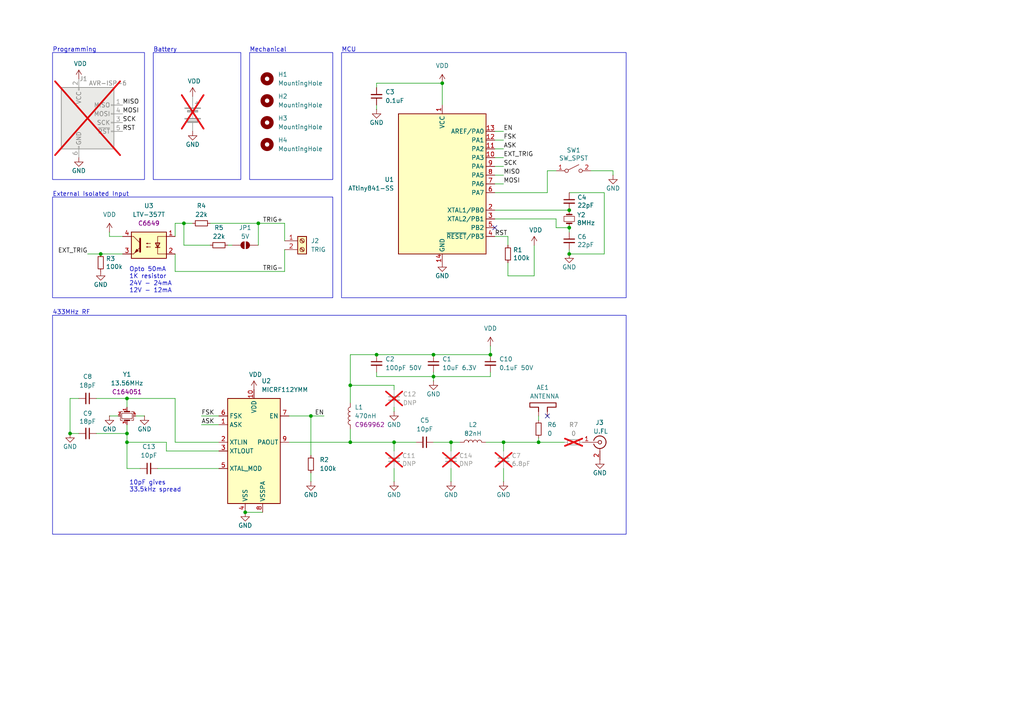
<source format=kicad_sch>
(kicad_sch (version 20231120) (generator "eeschema") (generator_version "8.0")
  (paper "A4")
  (title_block (title "TPMS Silencer") (rev "v2"))
  (lib_symbols
    (symbol "Connector:AVR-ISP-6" (pin_names (offset 1.016))
      (property "Reference" "J" (at -6.35 11.43 0))
      (property "Value" "AVR-ISP-6" (at 0 11.43 0))
      (symbol "AVR-ISP-6_0_1"
        (rectangle (start -2.667 -6.858) (end -2.413 -7.62))
        (rectangle (start -2.667 10.16) (end -2.413 9.398))
        (rectangle (start 7.62 -2.413) (end 6.858 -2.667))
        (rectangle (start 7.62 0.127) (end 6.858 -0.127))
        (rectangle (start 7.62 2.667) (end 6.858 2.413))
        (rectangle (start 7.62 5.207) (end 6.858 4.953))
        (rectangle (start 7.62 10.16) (end -7.62 -7.62) (stroke (width 0.254)) (fill (type background)))
      )
      (symbol "AVR-ISP-6_1_1"
        (pin passive line (at 10.16 5.08 180) (length 2.54) (name "MISO") (number "1"))
        (pin passive line (at -2.54 12.7 270) (length 2.54) (name "VCC") (number "2"))
        (pin passive line (at 10.16 0 180) (length 2.54) (name "SCK") (number "3"))
        (pin passive line (at 10.16 2.54 180) (length 2.54) (name "MOSI") (number "4"))
        (pin passive line (at 10.16 -2.54 180) (length 2.54) (name "~{RST}") (number "5"))
        (pin passive line (at -2.54 -10.16 90) (length 2.54) (name "GND") (number "6"))
      )
    )
    (symbol "Connector:Conn_Coaxial" (pin_names (offset 1.016) hide)
      (property "Reference" "J" (at 0.254 3.048 0))
      (property "Value" "Conn_Coaxial" (at 2.921 0 90))
      (symbol "Conn_Coaxial_0_1"
        (arc (start -1.778 -0.508) (mid 0.2311 -1.8066) (end 1.778 0) (stroke (width 0.254)))
        (polyline (pts (xy -2.54 0) (xy -0.508 0)))
        (polyline (pts (xy 0 -2.54) (xy 0 -1.778)))
        (circle (center 0 0) (radius 0.508) (stroke (width 0.2032)))
        (arc (start 1.778 0) (mid 0.2099 1.8101) (end -1.778 0.508) (stroke (width 0.254)))
      )
      (symbol "Conn_Coaxial_1_1"
        (pin passive line (at -5.08 0 0) (length 2.54) (name "In") (number "1"))
        (pin passive line (at 0 -5.08 90) (length 2.54) (name "Ext") (number "2"))
      )
    )
    (symbol "Connector:Screw_Terminal_01x02" (pin_names (offset 1.016) hide)
      (property "Reference" "J" (at 0 2.54 0))
      (property "Value" "Screw_Terminal_01x02" (at 0 -5.08 0))
      (symbol "Screw_Terminal_01x02_1_1"
        (rectangle (start -1.27 1.27) (end 1.27 -3.81) (stroke (width 0.254)) (fill (type background)))
        (circle (center 0 -2.54) (radius 0.635) (stroke (width 0.1524)))
        (polyline (pts (xy -0.5334 -2.2098) (xy 0.3302 -3.048)) (stroke (width 0.1524)))
        (polyline (pts (xy -0.5334 0.3302) (xy 0.3302 -0.508)) (stroke (width 0.1524)))
        (polyline (pts (xy -0.3556 -2.032) (xy 0.508 -2.8702)) (stroke (width 0.1524)))
        (polyline (pts (xy -0.3556 0.508) (xy 0.508 -0.3302)) (stroke (width 0.1524)))
        (circle (center 0 0) (radius 0.635) (stroke (width 0.1524)))
        (pin passive line (at -5.08 0 0) (length 3.81) (name "Pin_1") (number "1"))
        (pin passive line (at -5.08 -2.54 0) (length 3.81) (name "Pin_2") (number "2"))
      )
    )
    (symbol "Device:Antenna_Dipole" (pin_numbers hide) (pin_names (offset 1.016) hide)
      (property "Reference" "AE" (at 1.27 1.27 0))
      (property "Value" "Antenna_Dipole" (at 1.27 0 0))
      (symbol "Antenna_Dipole_0_1"
        (polyline (pts (xy 2.54 -3.81) (xy 2.54 -2.54) (xy 5.08 -2.54) (xy 5.08 -1.27) (xy -2.54 -1.27) (xy -2.54 -2.54) (xy 0 -2.54) (xy 0 -3.81)) (stroke (width 0.254)))
      )
      (symbol "Antenna_Dipole_1_1"
        (pin input line (at 0 -5.08 90) (length 2.54) (name "~") (number "1"))
        (pin input line (at 2.54 -5.08 90) (length 2.54) (name "~") (number "2"))
      )
    )
    (symbol "Device:Battery" (pin_numbers hide) (pin_names (offset 0) hide)
      (property "Reference" "BT" (at 2.54 2.54 0))
      (property "Value" "Battery" (at 2.54 0 0))
      (symbol "Battery_0_1"
        (rectangle (start -2.286 -1.27) (end 2.286 -1.524) (fill (type outline)))
        (rectangle (start -2.286 1.778) (end 2.286 1.524) (fill (type outline)))
        (rectangle (start -1.524 -2.032) (end 1.524 -2.54) (fill (type outline)))
        (rectangle (start -1.524 1.016) (end 1.524 0.508) (fill (type outline)))
        (polyline (pts (xy 0 -1.016) (xy 0 -0.762)))
        (polyline (pts (xy 0 -0.508) (xy 0 -0.254)))
        (polyline (pts (xy 0 0) (xy 0 0.254)))
        (polyline (pts (xy 0 1.778) (xy 0 2.54)))
        (polyline (pts (xy 0.762 3.048) (xy 1.778 3.048)) (stroke (width 0.254)))
        (polyline (pts (xy 1.27 3.556) (xy 1.27 2.54)) (stroke (width 0.254)))
      )
      (symbol "Battery_1_1"
        (pin passive line (at 0 5.08 270) (length 2.54) (name "+") (number "1"))
        (pin passive line (at 0 -5.08 90) (length 2.54) (name "-") (number "2"))
      )
    )
    (symbol "Device:C_Small" (pin_numbers hide) (pin_names (offset 0.254) hide)
      (property "Reference" "C" (at 0.254 1.778 0))
      (property "Value" "C_Small" (at 0.254 -2.032 0))
      (symbol "C_Small_0_1"
        (polyline (pts (xy -1.524 -0.508) (xy 1.524 -0.508)) (stroke (width 0.3302)))
        (polyline (pts (xy -1.524 0.508) (xy 1.524 0.508)) (stroke (width 0.3048)))
      )
      (symbol "C_Small_1_1"
        (pin passive line (at 0 2.54 270) (length 2.032) (name "~") (number "1"))
        (pin passive line (at 0 -2.54 90) (length 2.032) (name "~") (number "2"))
      )
    )
    (symbol "Device:Crystal_GND24_Small" (pin_names (offset 1.016) hide)
      (property "Reference" "Y" (at 1.27 4.445 0))
      (property "Value" "Crystal_GND24_Small" (at 1.27 2.54 0))
      (symbol "Crystal_GND24_Small_0_1"
        (rectangle (start -0.762 -1.524) (end 0.762 1.524))
        (polyline (pts (xy -1.27 -0.762) (xy -1.27 0.762)) (stroke (width 0.381)))
        (polyline (pts (xy 1.27 -0.762) (xy 1.27 0.762)) (stroke (width 0.381)))
        (polyline (pts (xy -1.27 -1.27) (xy -1.27 -1.905) (xy 1.27 -1.905) (xy 1.27 -1.27)))
        (polyline (pts (xy -1.27 1.27) (xy -1.27 1.905) (xy 1.27 1.905) (xy 1.27 1.27)))
      )
      (symbol "Crystal_GND24_Small_1_1"
        (pin passive line (at -2.54 0 0) (length 1.27) (name "1") (number "1"))
        (pin passive line (at 0 -2.54 90) (length 0.635) (name "2") (number "2"))
        (pin passive line (at 2.54 0 180) (length 1.27) (name "3") (number "3"))
        (pin passive line (at 0 2.54 270) (length 0.635) (name "4") (number "4"))
      )
    )
    (symbol "Device:Crystal_Small" (pin_numbers hide) (pin_names (offset 1.016) hide)
      (property "Reference" "Y" (at 0 2.54 0))
      (property "Value" "Crystal_Small" (at 0 -2.54 0))
      (symbol "Crystal_Small_0_1"
        (rectangle (start -0.762 -1.524) (end 0.762 1.524))
        (polyline (pts (xy -1.27 -0.762) (xy -1.27 0.762)) (stroke (width 0.381)))
        (polyline (pts (xy 1.27 -0.762) (xy 1.27 0.762)) (stroke (width 0.381)))
      )
      (symbol "Crystal_Small_1_1"
        (pin passive line (at -2.54 0 0) (length 1.27) (name "1") (number "1"))
        (pin passive line (at 2.54 0 180) (length 1.27) (name "2") (number "2"))
      )
    )
    (symbol "Device:L" (pin_numbers hide) (pin_names (offset 1.016) hide)
      (property "Reference" "L" (at -1.27 0 90))
      (property "Value" "L" (at 1.905 0 90))
      (symbol "L_0_1"
        (arc (start 0 -2.54) (mid 0.6323 -1.905) (end 0 -1.27))
        (arc (start 0 -1.27) (mid 0.6323 -0.635) (end 0 0))
        (arc (start 0 0) (mid 0.6323 0.635) (end 0 1.27))
        (arc (start 0 1.27) (mid 0.6323 1.905) (end 0 2.54))
      )
      (symbol "L_1_1"
        (pin passive line (at 0 3.81 270) (length 1.27) (name "1") (number "1"))
        (pin passive line (at 0 -3.81 90) (length 1.27) (name "2") (number "2"))
      )
    )
    (symbol "Device:R_Small" (pin_numbers hide) (pin_names (offset 0.254) hide)
      (property "Reference" "R" (at 0.762 0.508 0))
      (property "Value" "R_Small" (at 0.762 -1.016 0))
      (symbol "R_Small_0_1"
        (rectangle (start -0.762 1.778) (end 0.762 -1.778) (stroke (width 0.2032)))
      )
      (symbol "R_Small_1_1"
        (pin passive line (at 0 2.54 270) (length 0.762) (name "~") (number "1"))
        (pin passive line (at 0 -2.54 90) (length 0.762) (name "~") (number "2"))
      )
    )
    (symbol "Isolator:LTV-357T" (pin_names (offset 1.016))
      (property "Reference" "U" (at -5.334 4.826 0))
      (property "Value" "LTV-357T" (at 0 5.08 0))
      (symbol "LTV-357T_0_1"
        (rectangle (start -5.08 3.81) (end 5.08 -3.81) (stroke (width 0.254)) (fill (type background)))
        (polyline (pts (xy -3.175 -0.635) (xy -1.905 -0.635)) (stroke (width 0.254)))
        (polyline (pts (xy 2.54 0.635) (xy 4.445 2.54)))
        (polyline (pts (xy 4.445 -2.54) (xy 2.54 -0.635)) (fill (type outline)))
        (polyline (pts (xy 4.445 -2.54) (xy 5.08 -2.54)))
        (polyline (pts (xy 4.445 2.54) (xy 5.08 2.54)))
        (polyline (pts (xy -5.08 2.54) (xy -2.54 2.54) (xy -2.54 -0.762)))
        (polyline (pts (xy -2.54 -0.635) (xy -2.54 -2.54) (xy -5.08 -2.54)))
        (polyline (pts (xy 2.54 1.905) (xy 2.54 -1.905) (xy 2.54 -1.905)) (stroke (width 0.508)))
        (polyline (pts (xy -2.54 -0.635) (xy -3.175 0.635) (xy -1.905 0.635) (xy -2.54 -0.635)) (stroke (width 0.254)))
        (polyline (pts (xy -0.508 -0.508) (xy 0.762 -0.508) (xy 0.381 -0.635) (xy 0.381 -0.381) (xy 0.762 -0.508)))
        (polyline (pts (xy -0.508 0.508) (xy 0.762 0.508) (xy 0.381 0.381) (xy 0.381 0.635) (xy 0.762 0.508)))
        (polyline (pts (xy 3.048 -1.651) (xy 3.556 -1.143) (xy 4.064 -2.159) (xy 3.048 -1.651) (xy 3.048 -1.651)) (fill (type outline)))
      )
      (symbol "LTV-357T_1_1"
        (pin passive line (at -7.62 2.54 0) (length 2.54) (name "~") (number "1"))
        (pin passive line (at -7.62 -2.54 0) (length 2.54) (name "~") (number "2"))
        (pin passive line (at 7.62 -2.54 180) (length 2.54) (name "~") (number "3"))
        (pin passive line (at 7.62 2.54 180) (length 2.54) (name "~") (number "4"))
      )
    )
    (symbol "Jumper:SolderJumper_2_Open" (pin_numbers hide) (pin_names (offset 0) hide) (exclude_from_sim yes) (in_bom no)
      (property "Reference" "JP" (at 0 2.032 0))
      (property "Value" "SolderJumper_2_Open" (at 0 -2.54 0))
      (symbol "SolderJumper_2_Open_0_1"
        (arc (start -0.254 1.016) (mid -1.2656 0) (end -0.254 -1.016))
        (arc (start -0.254 1.016) (mid -1.2656 0) (end -0.254 -1.016) (fill (type outline)))
        (polyline (pts (xy -0.254 1.016) (xy -0.254 -1.016)))
        (polyline (pts (xy 0.254 1.016) (xy 0.254 -1.016)))
        (arc (start 0.254 -1.016) (mid 1.2656 0) (end 0.254 1.016))
        (arc (start 0.254 -1.016) (mid 1.2656 0) (end 0.254 1.016) (fill (type outline)))
      )
      (symbol "SolderJumper_2_Open_1_1"
        (pin passive line (at -3.81 0 0) (length 2.54) (name "A") (number "1"))
        (pin passive line (at 3.81 0 180) (length 2.54) (name "B") (number "2"))
      )
    )
    (symbol "MCU_Microchip_ATtiny:ATtiny841-SS"
      (property "Reference" "U" (at -12.7 21.59 0))
      (property "Value" "ATtiny841-SS" (at 2.54 -21.59 0))
      (symbol "ATtiny841-SS_0_1"
        (rectangle (start -12.7 -20.32) (end 12.7 20.32) (stroke (width 0.254)) (fill (type background)))
      )
      (symbol "ATtiny841-SS_1_1"
        (pin power_in line (at 0 22.86 270) (length 2.54) (name "VCC") (number "1"))
        (pin bidirectional line (at 15.24 7.62 180) (length 2.54) (name "PA3") (number "10"))
        (pin bidirectional line (at 15.24 10.16 180) (length 2.54) (name "PA2") (number "11"))
        (pin bidirectional line (at 15.24 12.7 180) (length 2.54) (name "PA1") (number "12"))
        (pin bidirectional line (at 15.24 15.24 180) (length 2.54) (name "AREF/PA0") (number "13"))
        (pin power_in line (at 0 -22.86 90) (length 2.54) (name "GND") (number "14"))
        (pin bidirectional line (at 15.24 -7.62 180) (length 2.54) (name "XTAL1/PB0") (number "2"))
        (pin bidirectional line (at 15.24 -10.16 180) (length 2.54) (name "XTAL2/PB1") (number "3"))
        (pin bidirectional line (at 15.24 -15.24 180) (length 2.54) (name "~{RESET}/PB3") (number "4"))
        (pin bidirectional line (at 15.24 -12.7 180) (length 2.54) (name "PB2") (number "5"))
        (pin bidirectional line (at 15.24 -2.54 180) (length 2.54) (name "PA7") (number "6"))
        (pin bidirectional line (at 15.24 0 180) (length 2.54) (name "PA6") (number "7"))
        (pin bidirectional line (at 15.24 2.54 180) (length 2.54) (name "PA5") (number "8"))
        (pin bidirectional line (at 15.24 5.08 180) (length 2.54) (name "PA4") (number "9"))
      )
    )
    (symbol "Mechanical:MountingHole" (pin_names (offset 1.016))
      (property "Reference" "H" (at 0 5.08 0))
      (property "Value" "MountingHole" (at 0 3.175 0))
      (symbol "MountingHole_0_1"
        (circle (center 0 0) (radius 1.27) (stroke (width 1.27)))
      )
    )
    (symbol "RF:MICRF112YMM"
      (property "Reference" "U" (at -7.62 16.51 0))
      (property "Value" "MICRF112YMM" (at 1.27 16.51 0))
      (symbol "MICRF112YMM_0_1"
        (polyline (pts (xy 7.62 15.24) (xy -7.62 15.24) (xy -7.62 -15.24) (xy 7.62 -15.24) (xy 7.62 15.24)) (stroke (width 0.254)) (fill (type background)))
      )
      (symbol "MICRF112YMM_1_1"
        (pin input line (at -10.16 7.62 0) (length 2.54) (name "ASK") (number "1"))
        (pin power_in line (at 0 17.78 270) (length 2.54) (name "VDD") (number "10"))
        (pin input line (at -10.16 2.54 0) (length 2.54) (name "XTLIN") (number "2"))
        (pin output line (at -10.16 0 0) (length 2.54) (name "XTLOUT") (number "3"))
        (pin power_in line (at -2.54 -17.78 90) (length 2.54) (name "VSS") (number "4"))
        (pin passive line (at -10.16 -5.08 0) (length 2.54) (name "XTAL_MOD") (number "5"))
        (pin input line (at -10.16 10.16 0) (length 2.54) (name "FSK") (number "6"))
        (pin input line (at 10.16 10.16 180) (length 2.54) (name "EN") (number "7"))
        (pin power_in line (at 2.54 -17.78 90) (length 2.54) (name "VSSPA") (number "8"))
        (pin output line (at 10.16 2.54 180) (length 2.54) (name "PAOUT") (number "9"))
      )
    )
    (symbol "Switch:SW_SPST" (pin_names (offset 0) hide)
      (property "Reference" "SW" (at 0 3.175 0))
      (property "Value" "SW_SPST" (at 0 -2.54 0))
      (symbol "SW_SPST_0_0"
        (circle (center -2.032 0) (radius 0.508))
        (polyline (pts (xy -1.524 0.254) (xy 1.524 1.778)))
        (circle (center 2.032 0) (radius 0.508))
      )
      (symbol "SW_SPST_1_1"
        (pin passive line (at -5.08 0 0) (length 2.54) (name "A") (number "1"))
        (pin passive line (at 5.08 0 180) (length 2.54) (name "B") (number "2"))
      )
    )
    (symbol "power:GND" (power) (pin_numbers hide) (pin_names (offset 0) hide)
      (property "Value" "GND" (at 0 -3.81 0))
      (symbol "GND_0_1"
        (polyline (pts (xy 0 0) (xy 0 -1.27) (xy 1.27 -1.27) (xy 0 -2.54) (xy -1.27 -1.27) (xy 0 -1.27)))
      )
      (symbol "GND_1_1"
        (pin power_in line (at 0 0 270) (length 0) (name "~") (number "1"))
      )
    )
    (symbol "power:VDD" (power) (pin_numbers hide) (pin_names (offset 0) hide)
      (property "Value" "VDD" (at 0 3.556 0))
      (symbol "VDD_0_1"
        (polyline (pts (xy -0.762 1.27) (xy 0 2.54)))
        (polyline (pts (xy 0 0) (xy 0 2.54)))
        (polyline (pts (xy 0 2.54) (xy 0.762 1.27)))
      )
      (symbol "VDD_1_1"
        (pin power_in line (at 0 0 90) (length 0) (name "~") (number "1"))
      )
    )
  )
  (junction (at 90.17 120.65))
  (junction (at 53.34 64.77))
  (junction (at 36.83 115.57))
  (junction (at 130.81 128.27))
  (junction (at 74.93 64.77))
  (junction (at 109.22 102.87))
  (junction (at 71.12 148.59))
  (junction (at 142.24 102.87))
  (junction (at 36.83 128.27))
  (junction (at 36.83 125.73))
  (junction (at 146.05 128.27))
  (junction (at 165.1 66.04))
  (junction (at 165.1 60.96))
  (junction (at 101.6 128.27))
  (junction (at 128.27 24.13))
  (junction (at 125.73 102.87))
  (junction (at 114.3 128.27))
  (junction (at 29.21 73.66))
  (junction (at 165.1 73.66))
  (junction (at 20.32 125.73))
  (junction (at 156.21 128.27))
  (junction (at 125.73 109.22))
  (junction (at 101.6 111.76))
  (no_connect (at 158.75 120.65))
  (no_connect (at 143.51 66.04))
  (wire (pts (xy 125.73 109.22) (xy 142.24 109.22)))
  (wire (pts (xy 109.22 109.22) (xy 125.73 109.22)))
  (wire (pts (xy 60.96 71.12) (xy 53.34 71.12)))
  (wire (pts (xy 109.22 24.13) (xy 109.22 25.4)))
  (wire (pts (xy 175.26 73.66) (xy 165.1 73.66)))
  (wire (pts (xy 101.6 128.27) (xy 101.6 124.46)))
  (wire (pts (xy 20.32 115.57) (xy 22.86 115.57)))
  (wire (pts (xy 36.83 115.57) (xy 36.83 118.11)))
  (wire (pts (xy 36.83 135.89) (xy 40.64 135.89)))
  (wire (pts (xy 109.22 109.22) (xy 109.22 107.95)))
  (wire (pts (xy 146.05 43.18) (xy 143.51 43.18)))
  (wire (pts (xy 114.3 128.27) (xy 101.6 128.27)))
  (wire (pts (xy 143.51 55.88) (xy 158.75 55.88)))
  (wire (pts (xy 36.83 135.89) (xy 36.83 128.27)))
  (wire (pts (xy 143.51 60.96) (xy 165.1 60.96)))
  (wire (pts (xy 63.5 130.81) (xy 48.26 130.81)))
  (wire (pts (xy 83.82 120.65) (xy 90.17 120.65)))
  (wire (pts (xy 27.94 115.57) (xy 36.83 115.57)))
  (wire (pts (xy 142.24 100.33) (xy 142.24 102.87)))
  (wire (pts (xy 63.5 123.19) (xy 58.42 123.19)))
  (wire (pts (xy 90.17 120.65) (xy 90.17 132.08)))
  (wire (pts (xy 50.8 78.74) (xy 50.8 73.66)))
  (wire (pts (xy 158.75 55.88) (xy 158.75 49.53)))
  (wire (pts (xy 156.21 127) (xy 156.21 128.27)))
  (wire (pts (xy 48.26 130.81) (xy 48.26 128.27)))
  (wire (pts (xy 142.24 109.22) (xy 142.24 107.95)))
  (wire (pts (xy 55.88 64.77) (xy 53.34 64.77)))
  (wire (pts (xy 101.6 102.87) (xy 101.6 111.76)))
  (wire (pts (xy 114.3 113.03) (xy 114.3 111.76)))
  (wire (pts (xy 130.81 128.27) (xy 133.35 128.27)))
  (wire (pts (xy 158.75 49.53) (xy 161.29 49.53)))
  (wire (pts (xy 36.83 128.27) (xy 48.26 128.27)))
  (wire (pts (xy 114.3 111.76) (xy 101.6 111.76)))
  (wire (pts (xy 128.27 24.13) (xy 128.27 30.48)))
  (wire (pts (xy 143.51 53.34) (xy 146.05 53.34)))
  (wire (pts (xy 161.29 63.5) (xy 161.29 66.04)))
  (wire (pts (xy 146.05 128.27) (xy 140.97 128.27)))
  (wire (pts (xy 156.21 120.65) (xy 156.21 121.92)))
  (wire (pts (xy 165.1 72.39) (xy 165.1 73.66)))
  (wire (pts (xy 130.81 130.81) (xy 130.81 128.27)))
  (wire (pts (xy 125.73 109.22) (xy 125.73 110.49)))
  (wire (pts (xy 143.51 63.5) (xy 161.29 63.5)))
  (wire (pts (xy 90.17 120.65) (xy 93.98 120.65)))
  (wire (pts (xy 177.8 49.53) (xy 177.8 50.8)))
  (wire (pts (xy 50.8 115.57) (xy 50.8 128.27)))
  (wire (pts (xy 53.34 64.77) (xy 50.8 64.77)))
  (wire (pts (xy 156.21 128.27) (xy 163.83 128.27)))
  (wire (pts (xy 82.55 72.39) (xy 82.55 78.74)))
  (wire (pts (xy 101.6 111.76) (xy 101.6 116.84)))
  (wire (pts (xy 27.94 125.73) (xy 36.83 125.73)))
  (wire (pts (xy 66.04 71.12) (xy 67.31 71.12)))
  (wire (pts (xy 120.65 128.27) (xy 114.3 128.27)))
  (wire (pts (xy 125.73 107.95) (xy 125.73 109.22)))
  (wire (pts (xy 171.45 49.53) (xy 177.8 49.53)))
  (wire (pts (xy 114.3 128.27) (xy 114.3 130.81)))
  (wire (pts (xy 82.55 64.77) (xy 82.55 69.85)))
  (wire (pts (xy 36.83 123.19) (xy 36.83 125.73)))
  (wire (pts (xy 175.26 55.88) (xy 175.26 73.66)))
  (wire (pts (xy 83.82 128.27) (xy 101.6 128.27)))
  (wire (pts (xy 146.05 130.81) (xy 146.05 128.27)))
  (wire (pts (xy 74.93 64.77) (xy 74.93 71.12)))
  (wire (pts (xy 29.21 73.66) (xy 35.56 73.66)))
  (wire (pts (xy 146.05 45.72) (xy 143.51 45.72)))
  (wire (pts (xy 76.2 148.59) (xy 71.12 148.59)))
  (wire (pts (xy 147.32 80.01) (xy 154.94 80.01)))
  (wire (pts (xy 146.05 38.1) (xy 143.51 38.1)))
  (wire (pts (xy 63.5 120.65) (xy 58.42 120.65)))
  (wire (pts (xy 39.37 120.65) (xy 41.91 120.65)))
  (wire (pts (xy 154.94 80.01) (xy 154.94 71.12)))
  (wire (pts (xy 146.05 50.8) (xy 143.51 50.8)))
  (wire (pts (xy 109.22 102.87) (xy 125.73 102.87)))
  (wire (pts (xy 165.1 55.88) (xy 175.26 55.88)))
  (wire (pts (xy 143.51 48.26) (xy 146.05 48.26)))
  (wire (pts (xy 60.96 64.77) (xy 74.93 64.77)))
  (wire (pts (xy 165.1 66.04) (xy 165.1 67.31)))
  (wire (pts (xy 53.34 71.12) (xy 53.34 64.77)))
  (wire (pts (xy 90.17 137.16) (xy 90.17 139.7)))
  (wire (pts (xy 130.81 135.89) (xy 130.81 139.7)))
  (wire (pts (xy 50.8 78.74) (xy 82.55 78.74)))
  (wire (pts (xy 31.75 68.58) (xy 35.56 68.58)))
  (wire (pts (xy 125.73 102.87) (xy 142.24 102.87)))
  (wire (pts (xy 22.86 125.73) (xy 20.32 125.73)))
  (wire (pts (xy 50.8 128.27) (xy 63.5 128.27)))
  (wire (pts (xy 31.75 67.31) (xy 31.75 68.58)))
  (wire (pts (xy 143.51 68.58) (xy 147.32 68.58)))
  (wire (pts (xy 50.8 64.77) (xy 50.8 68.58)))
  (wire (pts (xy 161.29 66.04) (xy 165.1 66.04)))
  (wire (pts (xy 109.22 24.13) (xy 128.27 24.13)))
  (wire (pts (xy 25.4 73.66) (xy 29.21 73.66)))
  (wire (pts (xy 31.75 120.65) (xy 34.29 120.65)))
  (wire (pts (xy 20.32 125.73) (xy 20.32 115.57)))
  (wire (pts (xy 143.51 40.64) (xy 146.05 40.64)))
  (wire (pts (xy 114.3 118.11) (xy 114.3 119.38)))
  (wire (pts (xy 109.22 31.75) (xy 109.22 30.48)))
  (wire (pts (xy 147.32 76.2) (xy 147.32 80.01)))
  (wire (pts (xy 50.8 115.57) (xy 36.83 115.57)))
  (wire (pts (xy 114.3 135.89) (xy 114.3 139.7)))
  (wire (pts (xy 146.05 128.27) (xy 156.21 128.27)))
  (wire (pts (xy 125.73 128.27) (xy 130.81 128.27)))
  (wire (pts (xy 147.32 68.58) (xy 147.32 71.12)))
  (wire (pts (xy 36.83 128.27) (xy 36.83 125.73)))
  (wire (pts (xy 109.22 102.87) (xy 101.6 102.87)))
  (wire (pts (xy 146.05 135.89) (xy 146.05 139.7)))
  (wire (pts (xy 63.5 135.89) (xy 45.72 135.89)))
  (wire (pts (xy 74.93 64.77) (xy 82.55 64.77)))
  (rectangle (start 72.39 15.24) (end 96.52 52.07))
  (rectangle (start 44.45 15.24) (end 69.85 52.07))
  (rectangle (start 15.24 91.44) (end 181.61 154.94))
  (rectangle (start 15.24 57.15) (end 96.52 86.36))
  (rectangle (start 15.24 15.24) (end 41.91 52.07))
  (rectangle (start 99.06 15.24) (end 181.61 86.36))
  (text "MCU" (at 99.06 15.24 0) (effects (font (size 1.27 1.27)) (justify left bottom)))
  (text "10pF gives\n33.5kHz spread" (at 37.465 142.875 0) (effects (font (size 1.27 1.27)) (justify left bottom)))
  (text "Mechanical" (at 72.39 15.24 0) (effects (font (size 1.27 1.27)) (justify left bottom)))
  (text "External Isolated Input" (at 15.24 57.15 0) (effects (font (size 1.27 1.27)) (justify left bottom)))
  (text "Opto 50mA\n1K resistor\n24V - 24mA\n12V - 12mA" (at 37.465 85.09 0) (effects (font (size 1.27 1.27)) (justify left bottom)))
  (text "Programming" (at 15.24 15.24 0) (effects (font (size 1.27 1.27)) (justify left bottom)))
  (text "Battery" (at 44.45 15.24 0) (effects (font (size 1.27 1.27)) (justify left bottom)))
  (text "433MHz RF" (at 15.24 91.44 0) (effects (font (size 1.27 1.27)) (justify left bottom)))
  (label "MOSI" (at 146.05 53.34 0))
  (label "TRIG+" (at 76.2 64.77 0))
  (label "EXT_TRIG" (at 25.4 73.66 180))
  (label "SCK" (at 146.05 48.26 0))
  (label "EN" (at 93.98 120.65 180))
  (label "RST" (at 143.51 68.58 0))
  (label "RST" (at 35.56 38.1 0))
  (label "EXT_TRIG" (at 146.05 45.72 0))
  (label "EN" (at 146.05 38.1 0))
  (label "ASK" (at 58.42 123.19 0))
  (label "FSK" (at 146.05 40.64 0))
  (label "MISO" (at 35.56 30.48 0))
  (label "ASK" (at 146.05 43.18 0))
  (label "SCK" (at 35.56 35.56 0))
  (label "TRIG-" (at 76.2 78.74 0))
  (label "MISO" (at 146.05 50.8 0))
  (label "FSK" (at 58.42 120.65 0))
  (label "MOSI" (at 35.56 33.02 0))
  (symbol (lib_id "power:GND") (at 71.12 148.59 0) (unit 1)
    (property "Reference" "#PWR012" (effects (hide yes)))
    (property "Value" "GND" (at 71.12 152.4 0))
    (property "Description" "Power symbol creates a global label with name \"GND\" , ground" (effects (hide yes)))
  )
  (symbol (lib_id "Device:C_Small") (at 43.18 135.89 90) (unit 1)
    (property "Reference" "C13" (at 43.1863 129.54 90))
    (property "Value" "10pF" (at 43.1863 132.08 90))
    (property "Footprint" "Capacitor_SMD:C_0402_1005Metric" (effects (hide yes)))
    (property "Description" "Unpolarized capacitor, small symbol" (effects (hide yes)))
    (property "LCSC" "C32949" (effects (hide yes)))
  )
  (symbol (lib_id "Device:C_Small") (at 25.4 125.73 270) (unit 1)
    (property "Reference" "C9" (at 25.4 119.9134 90))
    (property "Value" "18pF" (at 25.4 122.2248 90))
    (property "Footprint" "Capacitor_SMD:C_0402_1005Metric" (effects (hide yes)))
    (property "Description" "Unpolarized capacitor, small symbol" (effects (hide yes)))
    (property "LCSC" "C1549" (effects (hide yes)))
  )
  (symbol (lib_id "power:GND") (at 20.32 125.73 0) (unit 1)
    (property "Reference" "#PWR010" (effects (hide yes)))
    (property "Value" "GND" (at 20.32 129.54 0))
    (property "Description" "Power symbol creates a global label with name \"GND\" , ground" (effects (hide yes)))
  )
  (symbol (lib_id "Device:Crystal_GND24_Small") (at 36.83 120.65 270) (unit 1)
    (property "Reference" "Y1" (at 36.83 108.585 90))
    (property "Value" "13.56MHz" (at 36.83 111.125 90))
    (property "Footprint" "Crystal:Crystal_SMD_3225-4Pin_3.2x2.5mm" (effects (hide yes)))
    (property "Description" "Four pin crystal, GND on pins 2 and 4, small symbol" (effects (hide yes)))
    (property "LCSC" "C164051" (at 36.83 113.665 90))
  )
  (symbol (lib_id "Device:C_Small") (at 25.4 115.57 270) (unit 1)
    (property "Reference" "C8" (at 25.3936 109.22 90))
    (property "Value" "18pF" (at 25.3936 111.76 90))
    (property "Footprint" "Capacitor_SMD:C_0402_1005Metric" (effects (hide yes)))
    (property "Description" "Unpolarized capacitor, small symbol" (effects (hide yes)))
    (property "LCSC" "C1549" (effects (hide yes)))
  )
  (symbol (lib_id "Device:L") (at 101.6 120.65 180) (unit 1)
    (property "Reference" "L1" (at 102.87 118.1099 0) (effects (justify right)))
    (property "Value" "470nH" (at 102.87 120.6499 0) (effects (justify right)))
    (property "Footprint" "Inductor_SMD:L_0402_1005Metric" (effects (hide yes)))
    (property "Description" "Inductor" (effects (hide yes)))
    (property "LCSC" "C969962" (at 102.87 123.1899 0) (effects (justify right)))
  )
  (symbol (lib_id "Device:C_Small") (at 114.3 115.57 0) (unit 1) (dnp yes)
    (property "Reference" "C12" (at 116.84 114.3062 0) (effects (justify left)))
    (property "Value" "DNP" (at 116.84 116.8462 0) (effects (justify left)))
    (property "Footprint" "Capacitor_SMD:C_0402_1005Metric" (effects (hide yes)))
    (property "Description" "Unpolarized capacitor, small symbol" (effects (hide yes)))
  )
  (symbol (lib_id "power:GND") (at 114.3 119.38 0) (unit 1)
    (property "Reference" "#PWR015" (effects (hide yes)))
    (property "Value" "GND" (at 114.3 123.19 0))
    (property "Description" "Power symbol creates a global label with name \"GND\" , ground" (effects (hide yes)))
  )
  (symbol (lib_id "Device:C_Small") (at 109.22 105.41 0) (unit 1)
    (property "Reference" "C2" (at 111.76 104.1462 0) (effects (justify left)))
    (property "Value" "100pF 50V" (at 111.76 106.6862 0) (effects (justify left)))
    (property "Footprint" "Capacitor_SMD:C_0402_1005Metric" (effects (hide yes)))
    (property "Description" "Unpolarized capacitor, small symbol" (effects (hide yes)))
    (property "LCSC" "C1546" (effects (hide yes)))
  )
  (symbol (lib_id "Device:C_Small") (at 125.73 105.41 0) (unit 1)
    (property "Reference" "C1" (at 128.27 104.1462 0) (effects (justify left)))
    (property "Value" "10uF 6.3V" (at 128.27 106.6862 0) (effects (justify left)))
    (property "Footprint" "Capacitor_SMD:C_0402_1005Metric" (effects (hide yes)))
    (property "Description" "Unpolarized capacitor, small symbol" (effects (hide yes)))
    (property "LCSC" "C15525" (effects (hide yes)))
  )
  (symbol (lib_id "Device:C_Small") (at 142.24 105.41 0) (unit 1)
    (property "Reference" "C10" (at 144.78 104.1462 0) (effects (justify left)))
    (property "Value" "0.1uF 50V" (at 144.78 106.6862 0) (effects (justify left)))
    (property "Footprint" "Capacitor_SMD:C_0402_1005Metric" (effects (hide yes)))
    (property "Description" "Unpolarized capacitor, small symbol" (effects (hide yes)))
    (property "LCSC" "C307331" (effects (hide yes)))
  )
  (symbol (lib_id "power:GND") (at 125.73 110.49 0) (unit 1)
    (property "Reference" "#PWR017" (effects (hide yes)))
    (property "Value" "GND" (at 125.73 114.3 0))
    (property "Description" "Power symbol creates a global label with name \"GND\" , ground" (effects (hide yes)))
  )
  (symbol (lib_id "power:VDD") (at 73.66 113.03 0) (unit 1)
    (property "Reference" "#PWR013" (effects (hide yes)))
    (property "Value" "VDD" (at 74.0918 108.6358 0))
    (property "Description" "Power symbol creates a global label with name \"VDD\"" (effects (hide yes)))
  )
  (symbol (lib_id "power:VDD") (at 142.24 100.33 0) (unit 1)
    (property "Reference" "#PWR018" (effects (hide yes)))
    (property "Value" "VDD" (at 142.24 95.25 0))
    (property "Description" "Power symbol creates a global label with name \"VDD\"" (effects (hide yes)))
  )
  (symbol (lib_id "Device:C_Small") (at 123.19 128.27 270) (unit 1)
    (property "Reference" "C5" (at 123.1836 121.92 90))
    (property "Value" "10pF" (at 123.1836 124.46 90))
    (property "Footprint" "Capacitor_SMD:C_0402_1005Metric" (effects (hide yes)))
    (property "Description" "Unpolarized capacitor, small symbol" (effects (hide yes)))
    (property "LCSC" "C32949" (effects (hide yes)))
  )
  (symbol (lib_id "Device:L") (at 137.16 128.27 90) (unit 1)
    (property "Reference" "L2" (at 137.16 123.19 90))
    (property "Value" "82nH" (at 137.16 125.73 90))
    (property "Footprint" "Inductor_SMD:L_0402_1005Metric" (effects (hide yes)))
    (property "Description" "Inductor" (effects (hide yes)))
    (property "LCSC" "C275301" (effects (hide yes)))
  )
  (symbol (lib_id "Device:C_Small") (at 146.05 133.35 0) (unit 1) (dnp yes)
    (property "Reference" "C7" (at 148.3868 132.1816 0) (effects (justify left)))
    (property "Value" "6.8pF" (at 148.3868 134.493 0) (effects (justify left)))
    (property "Footprint" "Capacitor_SMD:C_0402_1005Metric" (effects (hide yes)))
    (property "Description" "Unpolarized capacitor, small symbol" (effects (hide yes)))
  )
  (symbol (lib_id "power:GND") (at 146.05 139.7 0) (unit 1)
    (property "Reference" "#PWR019" (effects (hide yes)))
    (property "Value" "GND" (at 146.05 143.51 0))
    (property "Description" "Power symbol creates a global label with name \"GND\" , ground" (effects (hide yes)))
  )
  (symbol (lib_id "Device:Antenna_Dipole") (at 158.75 115.57 0) (mirror y) (unit 1)
    (property "Reference" "AE1" (at 155.575 112.395 0) (effects (justify right)))
    (property "Value" "ANTENNA" (at 153.67 114.935 0) (effects (justify right)))
    (property "Footprint" "cncvac:ANT-433-HETH" (effects (hide yes)))
    (property "Description" "Dipole antenna" (effects (hide yes)))
  )
  (symbol (lib_id "Device:C_Small") (at 114.3 133.35 0) (unit 1) (dnp yes)
    (property "Reference" "C11" (at 116.6368 132.1816 0) (effects (justify left)))
    (property "Value" "DNP" (at 116.6368 134.493 0) (effects (justify left)))
    (property "Footprint" "Capacitor_SMD:C_0402_1005Metric" (effects (hide yes)))
    (property "Description" "Unpolarized capacitor, small symbol" (effects (hide yes)))
  )
  (symbol (lib_id "power:GND") (at 114.3 139.7 0) (unit 1)
    (property "Reference" "#PWR016" (effects (hide yes)))
    (property "Value" "GND" (at 114.3 143.51 0))
    (property "Description" "Power symbol creates a global label with name \"GND\" , ground" (effects (hide yes)))
  )
  (symbol (lib_id "Connector:AVR-ISP-6") (at 25.4 35.56 0) (unit 1) (dnp yes)
    (property "Reference" "J1" (at 25.4 22.86 0) (effects (justify right)))
    (property "Value" "AVR-ISP-6" (at 36.83 24.13 0) (effects (justify right)))
    (property "Footprint" "Connector_IDC:IDC-Header_2x03_P2.54mm_Vertical" (effects (hide yes)))
    (property "Description" "Atmel 6-pin ISP connector" (effects (hide yes)))
  )
  (symbol (lib_id "power:VDD") (at 128.27 24.13 0) (unit 1)
    (property "Reference" "#PWR04" (effects (hide yes)))
    (property "Value" "VDD" (at 128.27 19.05 0))
    (property "Description" "Power symbol creates a global label with name \"VDD\"" (effects (hide yes)))
  )
  (symbol (lib_id "power:VDD") (at 55.88 27.94 0) (unit 1)
    (property "Reference" "#PWR06" (effects (hide yes)))
    (property "Value" "VDD" (at 56.3118 23.5458 0))
    (property "Description" "Power symbol creates a global label with name \"VDD\"" (effects (hide yes)))
  )
  (symbol (lib_id "power:GND") (at 55.88 38.1 0) (unit 1)
    (property "Reference" "#PWR07" (effects (hide yes)))
    (property "Value" "GND" (at 55.88 41.91 0))
    (property "Description" "Power symbol creates a global label with name \"GND\" , ground" (effects (hide yes)))
  )
  (symbol (lib_id "power:GND") (at 22.86 45.72 0) (unit 1)
    (property "Reference" "#PWR02" (effects (hide yes)))
    (property "Value" "GND" (at 22.86 49.53 0))
    (property "Description" "Power symbol creates a global label with name \"GND\" , ground" (effects (hide yes)))
  )
  (symbol (lib_id "power:GND") (at 128.27 76.2 0) (unit 1)
    (property "Reference" "#PWR05" (effects (hide yes)))
    (property "Value" "GND" (at 128.27 80.01 0))
    (property "Description" "Power symbol creates a global label with name \"GND\" , ground" (effects (hide yes)))
  )
  (symbol (lib_id "Device:Crystal_Small") (at 165.1 63.5 270) (unit 1)
    (property "Reference" "Y2" (at 167.3352 62.3316 90) (effects (justify left)))
    (property "Value" "8MHz" (at 167.3352 64.643 90) (effects (justify left)))
    (property "Footprint" "Crystal:Crystal_SMD_5032-2Pin_5.0x3.2mm" (effects (hide yes)))
    (property "Description" "Two pin crystal, small symbol" (effects (hide yes)))
    (property "LCSC" "C115962" (effects (hide yes)))
  )
  (symbol (lib_id "power:GND") (at 165.1 73.66 0) (unit 1)
    (property "Reference" "#PWR09" (effects (hide yes)))
    (property "Value" "GND" (at 165.1 77.47 0))
    (property "Description" "Power symbol creates a global label with name \"GND\" , ground" (effects (hide yes)))
  )
  (symbol (lib_id "Device:C_Small") (at 165.1 69.85 0) (unit 1)
    (property "Reference" "C6" (at 167.4368 68.6816 0) (effects (justify left)))
    (property "Value" "22pF" (at 167.4368 70.993 0) (effects (justify left)))
    (property "Footprint" "Capacitor_SMD:C_0402_1005Metric" (effects (hide yes)))
    (property "Description" "Unpolarized capacitor, small symbol" (effects (hide yes)))
    (property "LCSC" "C1555" (effects (hide yes)))
  )
  (symbol (lib_id "Device:C_Small") (at 165.1 58.42 0) (unit 1)
    (property "Reference" "C4" (at 167.4368 57.2516 0) (effects (justify left)))
    (property "Value" "22pF" (at 167.4368 59.563 0) (effects (justify left)))
    (property "Footprint" "Capacitor_SMD:C_0402_1005Metric" (effects (hide yes)))
    (property "Description" "Unpolarized capacitor, small symbol" (effects (hide yes)))
    (property "LCSC" "C1555" (effects (hide yes)))
  )
  (symbol (lib_id "Device:C_Small") (at 109.22 27.94 180) (unit 1)
    (property "Reference" "C3" (at 111.76 26.6635 0) (effects (justify right)))
    (property "Value" "0.1uF" (at 111.76 29.2035 0) (effects (justify right)))
    (property "Footprint" "Capacitor_SMD:C_0402_1005Metric" (effects (hide yes)))
    (property "Description" "Unpolarized capacitor, small symbol" (effects (hide yes)))
    (property "LCSC" "C307331" (effects (hide yes)))
  )
  (symbol (lib_id "power:GND") (at 109.22 31.75 0) (unit 1)
    (property "Reference" "#PWR03" (effects (hide yes)))
    (property "Value" "GND" (at 109.22 35.56 0))
    (property "Description" "Power symbol creates a global label with name \"GND\" , ground" (effects (hide yes)))
  )
  (symbol (lib_id "power:VDD") (at 22.86 22.86 0) (unit 1)
    (property "Reference" "#PWR01" (effects (hide yes)))
    (property "Value" "VDD" (at 23.2918 18.4658 0))
    (property "Description" "Power symbol creates a global label with name \"VDD\"" (effects (hide yes)))
  )
  (symbol (lib_id "power:GND") (at 90.17 139.7 0) (unit 1)
    (property "Reference" "#PWR014" (effects (hide yes)))
    (property "Value" "GND" (at 90.17 143.51 0))
    (property "Description" "Power symbol creates a global label with name \"GND\" , ground" (effects (hide yes)))
  )
  (symbol (lib_id "Device:R_Small") (at 90.17 134.62 0) (unit 1)
    (property "Reference" "R2" (at 92.71 133.3499 0) (effects (justify left)))
    (property "Value" "100k" (at 92.71 135.8899 0) (effects (justify left)))
    (property "Footprint" "Resistor_SMD:R_0402_1005Metric" (effects (hide yes)))
    (property "Description" "Resistor, small symbol" (effects (hide yes)))
    (property "LCSC" "C25741" (effects (hide yes)))
  )
  (symbol (lib_id "RF:MICRF112YMM") (at 73.66 130.81 0) (unit 1)
    (property "Reference" "U2" (at 75.8541 110.49 0) (effects (justify left)))
    (property "Value" "MICRF112YMM" (at 75.8541 113.03 0) (effects (justify left)))
    (property "Footprint" "Package_SO:MSOP-10_3x3mm_P0.5mm" (effects (hide yes)))
    (property "Datasheet" "http://ww1.microchip.com/downloads/en/DeviceDoc/MICRF112.pdf" (effects (hide yes)))
    (property "Description" "ASK/FSK Transmitter, 1.8-3.6V, 300-450MHz, +10dBm, MSOP-10" (effects (hide yes)))
    (property "LCSC" "C481379" (effects (hide yes)))
  )
  (symbol (lib_id "Device:R_Small") (at 147.32 73.66 0) (unit 1)
    (property "Reference" "R1" (at 148.8186 72.4916 0) (effects (justify left)))
    (property "Value" "100k" (at 148.8186 74.803 0) (effects (justify left)))
    (property "Footprint" "Resistor_SMD:R_0402_1005Metric" (effects (hide yes)))
    (property "Description" "Resistor, small symbol" (effects (hide yes)))
    (property "LCSC" "C25741" (effects (hide yes)))
  )
  (symbol (lib_id "power:VDD") (at 154.94 71.12 0) (unit 1)
    (property "Reference" "#PWR08" (effects (hide yes)))
    (property "Value" "VDD" (at 155.3718 66.7258 0))
    (property "Description" "Power symbol creates a global label with name \"VDD\"" (effects (hide yes)))
  )
  (symbol (lib_id "Switch:SW_SPST") (at 166.37 49.53 0) (unit 1)
    (property "Reference" "SW1" (at 166.37 43.561 0))
    (property "Value" "SW_SPST" (at 166.37 45.8724 0))
    (property "Footprint" "Button_Switch_SMD:SW_Push_1P1T_XKB_TS-1187A" (effects (hide yes)))
    (property "Description" "Single Pole Single Throw (SPST) switch" (effects (hide yes)))
    (property "LCSC" "C318884" (effects (hide yes)))
  )
  (symbol (lib_id "power:GND") (at 177.8 50.8 0) (unit 1)
    (property "Reference" "#PWR011" (effects (hide yes)))
    (property "Value" "GND" (at 177.8 54.61 0))
    (property "Description" "Power symbol creates a global label with name \"GND\" , ground" (effects (hide yes)))
  )
  (symbol (lib_id "MCU_Microchip_ATtiny:ATtiny841-SS") (at 128.27 53.34 0) (unit 1)
    (property "Reference" "U1" (at 114.3 52.0699 0) (effects (justify right)))
    (property "Value" "ATtiny841-SS" (at 114.3 54.6099 0) (effects (justify right)))
    (property "Footprint" "Package_SO:SOIC-14_3.9x8.7mm_P1.27mm" (effects (hide yes)))
    (property "Datasheet" "http://ww1.microchip.com/downloads/en/DeviceDoc/Atmel-8495-8-bit-AVR-Microcontrollers-ATtiny441-ATtiny841_Datasheet.pdf" (effects (hide yes)))
    (property "Description" "16MHz, 8kB Flash, 512B SRAM, 512B EEPROM, ADC, ACI, debugWIRE, SOIC-14" (effects (hide yes)))
    (property "LCSC" "C614879" (effects (hide yes)))
  )
  (symbol (lib_id "power:GND") (at 31.75 120.65 0) (unit 1)
    (property "Reference" "#PWR024" (effects (hide yes)))
    (property "Value" "GND" (at 31.75 124.46 0))
    (property "Description" "Power symbol creates a global label with name \"GND\" , ground" (effects (hide yes)))
  )
  (symbol (lib_id "Mechanical:MountingHole") (at 77.47 29.21 0) (unit 1)
    (property "Reference" "H2" (at 80.645 27.9399 0) (effects (justify left)))
    (property "Value" "MountingHole" (at 80.645 30.4799 0) (effects (justify left)))
    (property "Footprint" "MountingHole:MountingHole_3.2mm_M3" (effects (hide yes)))
  )
  (symbol (lib_id "power:GND") (at 29.21 78.74 0) (unit 1)
    (property "Reference" "#PWR021" (effects (hide yes)))
    (property "Value" "GND" (at 29.21 82.55 0))
    (property "Description" "Power symbol creates a global label with name \"GND\" , ground" (effects (hide yes)))
  )
  (symbol (lib_id "power:GND") (at 41.91 120.65 0) (unit 1)
    (property "Reference" "#PWR020" (effects (hide yes)))
    (property "Value" "GND" (at 41.91 124.46 0))
    (property "Description" "Power symbol creates a global label with name \"GND\" , ground" (effects (hide yes)))
  )
  (symbol (lib_id "Device:R_Small") (at 63.5 71.12 90) (unit 1)
    (property "Reference" "R5" (at 63.5 66.04 90))
    (property "Value" "22k" (at 63.5 68.58 90))
    (property "Footprint" "Resistor_SMD:R_0805_2012Metric" (effects (hide yes)))
    (property "Description" "Resistor, small symbol" (effects (hide yes)))
    (property "LCSC" "C17560" (effects (hide yes)))
  )
  (symbol (lib_id "Jumper:SolderJumper_2_Open") (at 71.12 71.12 0) (unit 1) (exclude_from_sim yes) (in_bom no)
    (property "Reference" "JP1" (at 71.12 66.04 0))
    (property "Value" "5V" (at 71.12 68.58 0))
    (property "Footprint" "Jumper:SolderJumper-2_P1.3mm_Open_RoundedPad1.0x1.5mm" (effects (hide yes)))
    (property "Description" "Solder Jumper, 2-pole, open" (effects (hide yes)))
  )
  (symbol (lib_id "power:GND") (at 173.99 133.35 0) (unit 1)
    (property "Reference" "#PWR025" (effects (hide yes)))
    (property "Value" "GND" (at 173.99 137.16 0))
    (property "Description" "Power symbol creates a global label with name \"GND\" , ground" (effects (hide yes)))
  )
  (symbol (lib_id "Mechanical:MountingHole") (at 77.47 35.56 0) (unit 1)
    (property "Reference" "H3" (at 80.645 34.2899 0) (effects (justify left)))
    (property "Value" "MountingHole" (at 80.645 36.8299 0) (effects (justify left)))
    (property "Footprint" "MountingHole:MountingHole_3.2mm_M3" (effects (hide yes)))
  )
  (symbol (lib_id "Device:C_Small") (at 130.81 133.35 0) (unit 1) (dnp yes)
    (property "Reference" "C14" (at 133.1468 132.1816 0) (effects (justify left)))
    (property "Value" "DNP" (at 133.1468 134.493 0) (effects (justify left)))
    (property "Footprint" "Capacitor_SMD:C_0402_1005Metric" (effects (hide yes)))
    (property "Description" "Unpolarized capacitor, small symbol" (effects (hide yes)))
  )
  (symbol (lib_id "Device:Battery") (at 55.88 33.02 0) (unit 1) (in_bom no) (dnp yes)
    (property "Reference" "BT1" (effects (hide yes)))
    (property "Value" "Battery" (effects (hide yes)))
    (property "Footprint" "Connector_PinHeader_2.54mm:PinHeader_1x02_P2.54mm_Vertical" (effects (hide yes)))
    (property "Description" "Multiple-cell battery" (effects (hide yes)))
  )
  (symbol (lib_id "Connector:Screw_Terminal_01x02") (at 87.63 69.85 0) (unit 1)
    (property "Reference" "J2" (at 90.17 69.8499 0) (effects (justify left)))
    (property "Value" "TRIG" (at 90.17 72.3899 0) (effects (justify left)))
    (property "Footprint" "Connector_Phoenix_MC:PhoenixContact_MC_1,5_2-G-3.81_1x02_P3.81mm_Horizontal" (effects (hide yes)))
    (property "LCSC" "C8387" (effects (hide yes)))
  )
  (symbol (lib_id "Mechanical:MountingHole") (at 77.47 22.86 0) (unit 1)
    (property "Reference" "H1" (at 80.645 21.5899 0) (effects (justify left)))
    (property "Value" "MountingHole" (at 80.645 24.1299 0) (effects (justify left)))
    (property "Footprint" "MountingHole:MountingHole_3.2mm_M3" (effects (hide yes)))
  )
  (symbol (lib_id "Isolator:LTV-357T") (at 43.18 71.12 0) (mirror y) (unit 1)
    (property "Reference" "U3" (at 43.18 59.69 0))
    (property "Value" "LTV-357T" (at 43.18 62.23 0))
    (property "Footprint" "Package_SO:SO-4_4.4x3.6mm_P2.54mm" (effects (hide yes)))
    (property "Datasheet" "https://www.buerklin.com/medias/sys_master/download/download/h91/ha0/8892020588574.pdf" (effects (hide yes)))
    (property "Description" "DC Optocoupler, Vce 35V, CTR 50%, SO-4" (effects (hide yes)))
    (property "LCSC" "C6649" (at 43.18 64.77 0))
  )
  (symbol (lib_id "Device:R_Small") (at 29.21 76.2 0) (unit 1)
    (property "Reference" "R3" (at 30.7086 75.0316 0) (effects (justify left)))
    (property "Value" "100k" (at 30.7086 77.343 0) (effects (justify left)))
    (property "Footprint" "Resistor_SMD:R_0402_1005Metric" (effects (hide yes)))
    (property "Description" "Resistor, small symbol" (effects (hide yes)))
    (property "LCSC" "C25741" (effects (hide yes)))
  )
  (symbol (lib_id "power:VDD") (at 31.75 67.31 0) (unit 1)
    (property "Reference" "#PWR022" (effects (hide yes)))
    (property "Value" "VDD" (at 31.75 62.23 0))
    (property "Description" "Power symbol creates a global label with name \"VDD\"" (effects (hide yes)))
  )
  (symbol (lib_id "Device:R_Small") (at 58.42 64.77 90) (unit 1)
    (property "Reference" "R4" (at 58.42 59.69 90))
    (property "Value" "22k" (at 58.42 62.23 90))
    (property "Footprint" "Resistor_SMD:R_0805_2012Metric" (effects (hide yes)))
    (property "Description" "Resistor, small symbol" (effects (hide yes)))
    (property "LCSC" "C17560" (effects (hide yes)))
  )
  (symbol (lib_id "Connector:Conn_Coaxial") (at 173.99 128.27 0) (unit 1)
    (property "Reference" "J3" (at 172.72 122.555 0) (effects (justify left)))
    (property "Value" "U.FL" (at 172.085 125.095 0) (effects (justify left)))
    (property "Footprint" "Connector_Coaxial:U.FL_Hirose_U.FL-R-SMT-1_Vertical" (effects (hide yes)))
    (property "Description" "coaxial connector (BNC, SMA, SMB, SMC, Cinch/RCA, LEMO, ...)" (effects (hide yes)))
    (property "LCSC" "C5137195" (effects (hide yes)))
    (property "Notes" "BWU.FL-IPEX1" (effects (hide yes)))
  )
  (symbol (lib_id "Mechanical:MountingHole") (at 77.47 41.91 0) (unit 1)
    (property "Reference" "H4" (at 80.645 40.6399 0) (effects (justify left)))
    (property "Value" "MountingHole" (at 80.645 43.1799 0) (effects (justify left)))
    (property "Footprint" "MountingHole:MountingHole_3.2mm_M3" (effects (hide yes)))
  )
  (symbol (lib_id "Device:R_Small") (at 156.21 124.46 0) (unit 1)
    (property "Reference" "R6" (at 158.75 123.1899 0) (effects (justify left)))
    (property "Value" "0" (at 158.75 125.7299 0) (effects (justify left)))
    (property "Footprint" "Resistor_SMD:R_0402_1005Metric" (effects (hide yes)))
    (property "Description" "Resistor, small symbol" (effects (hide yes)))
    (property "LCSC" "C17168" (effects (hide yes)))
  )
  (symbol (lib_id "power:GND") (at 130.81 139.7 0) (unit 1)
    (property "Reference" "#PWR023" (effects (hide yes)))
    (property "Value" "GND" (at 130.81 143.51 0))
    (property "Description" "Power symbol creates a global label with name \"GND\" , ground" (effects (hide yes)))
  )
  (symbol (lib_id "Device:R_Small") (at 166.37 128.27 90) (unit 1) (dnp yes)
    (property "Reference" "R7" (at 166.37 123.19 90))
    (property "Value" "0" (at 166.37 125.73 90))
    (property "Footprint" "Resistor_SMD:R_0402_1005Metric" (effects (hide yes)))
    (property "Description" "Resistor, small symbol" (effects (hide yes)))
    (property "LCSC" "C17168" (effects (hide yes)))
  )
)
</source>
